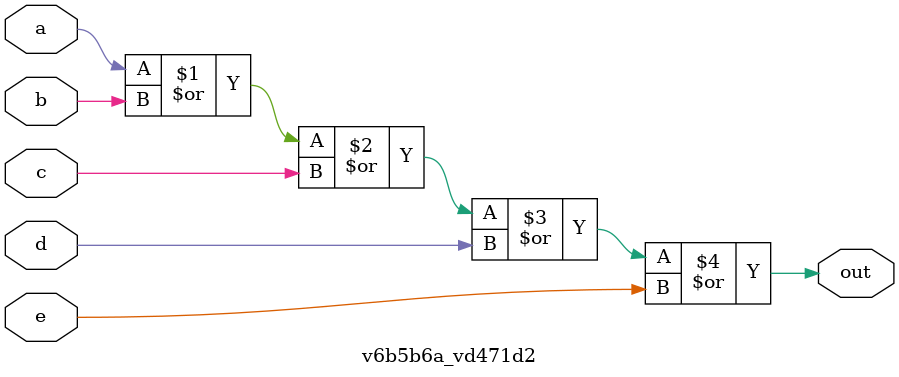
<source format=v>

`default_nettype none

module main #(
 parameter vb79322 = 2
) (
 input vclk,
 output v4df5ff,
 output v20658b,
 output v08c24f,
 output vd8d171,
 output [0:7] vinit
);
 localparam p9 = vb79322;
 wire w0;
 wire w1;
 wire w2;
 wire w3;
 wire w4;
 wire w5;
 wire w6;
 wire w7;
 wire w8;
 wire w10;
 wire w11;
 wire [0:1] w12;
 wire w13;
 wire w14;
 wire w15;
 wire w16;
 wire w17;
 wire w18;
 wire w19;
 wire w20;
 wire w21;
 wire w22;
 assign vd8d171 = w0;
 assign v08c24f = w1;
 assign v20658b = w2;
 assign v4df5ff = w3;
 assign w16 = vclk;
 assign w17 = vclk;
 assign w18 = vclk;
 assign w19 = vclk;
 assign w20 = vclk;
 assign w21 = vclk;
 assign w22 = vclk;
 assign w17 = w16;
 assign w18 = w16;
 assign w18 = w17;
 assign w19 = w16;
 assign w19 = w17;
 assign w19 = w18;
 assign w20 = w16;
 assign w20 = w17;
 assign w20 = w18;
 assign w20 = w19;
 assign w21 = w16;
 assign w21 = w17;
 assign w21 = w18;
 assign w21 = w19;
 assign w21 = w20;
 assign w22 = w16;
 assign w22 = w17;
 assign w22 = w18;
 assign w22 = w19;
 assign w22 = w20;
 assign w22 = w21;
 v35f267 v51804b (
  .vcbab45(w4),
  .v0e28cb(w13)
 );
 v70170e v9f6556 (
  .v755ffa(w0),
  .v9c8ff5(w1),
  .v5ad277(w2),
  .v980ce1(w3),
  .v35fe10(w4),
  .v357ff7(w16)
 );
 v28cfaa v57b083 (
  .vd7f8af(w5),
  .v7e70ae(w6),
  .vb186da(w7),
  .v381ebf(w8),
  .vc93bbe(w13),
  .vc13c07(w14),
  .v9b870f(w15)
 );
 ve79148 v5ec64c (
  .v7c533e(w10),
  .ve61673(w11),
  .vd76104(w12),
  .vdd729a(w17)
 );
 va9a5bc #(
  .vfb06ae(p9)
 ) vcf3242 (
  .v2a8434(w10),
  .vac0eb2(w18)
 );
 v21cfcc v815532 (
  .v9fb85f(w11)
 );
 vfc9dac v366a3f (
  .v8b19dd(w12),
  .v3f8943(w14),
  .v64d863(w15)
 );
 vbdf794 vc06180 (
  .vbb19a2(w7),
  .v8e52a4(w19)
 );
 v54aa42 v962121 (
  .vbb19a2(w6),
  .v8e52a4(w20)
 );
 ve2a8d5 veaca02 (
  .vbb19a2(w5),
  .v8e52a4(w21)
 );
 v6b5b6a vde24fa (
  .vbb19a2(w8),
  .v8e52a4(w22)
 );
 assign vinit = 8'b00000000;
endmodule

/*-------------------------------------------------*/
/*--   */
/*-- - - - - - - - - - - - - - - - - - - - - - - --*/
/*-- 
/*-------------------------------------------------*/
//---- Top entity
module v35f267 (
 input v0e28cb,
 output vcbab45
);
 wire w0;
 wire w1;
 assign w0 = v0e28cb;
 assign vcbab45 = w1;
 v35f267_vd54ca1 vd54ca1 (
  .a(w0),
  .c(w1)
 );
endmodule

/*-------------------------------------------------*/
/*-- NOT  */
/*-- - - - - - - - - - - - - - - - - - - - - - - --*/
/*-- Puerta NOT
/*-------------------------------------------------*/

module v35f267_vd54ca1 (
 input a,
 output c
);
 //-- Puerta NOT
 
 //-- module (input wire a, output wire c);
 
 
 assign c = ~a;
 
 
 //-- endmodule
 
endmodule
//---- Top entity
module v70170e (
 input v35fe10,
 input v357ff7,
 output v980ce1,
 output v5ad277,
 output v9c8ff5,
 output v755ffa
);
 wire w0;
 wire w1;
 wire w2;
 wire w3;
 wire w4;
 wire w5;
 wire w6;
 wire w7;
 wire w8;
 wire w9;
 wire w10;
 wire w11;
 wire w12;
 assign w0 = v35fe10;
 assign w1 = v357ff7;
 assign w2 = v357ff7;
 assign w4 = v357ff7;
 assign w6 = v357ff7;
 assign v980ce1 = w9;
 assign v5ad277 = w10;
 assign v9c8ff5 = w11;
 assign v755ffa = w12;
 assign w2 = w1;
 assign w4 = w1;
 assign w4 = w2;
 assign w6 = w1;
 assign w6 = w2;
 assign w6 = w4;
 assign w8 = w5;
 v3bfe20 vdbde06 (
  .ve7f5e6(w0),
  .v717e81(w1),
  .v3c12b5(w3)
 );
 veba410 v9b4ca7 (
  .vdd729a(w2),
  .v0b79d7(w7),
  .ve61673(w8)
 );
 v7eacdf vc57c79 (
  .v10eedb(w3),
  .v0884a0(w4),
  .v2dffca(w5)
 );
 v15dcc6 v2020db (
  .v381569(w5),
  .vfc0c62(w6),
  .vec8411(w7),
  .ve0793c(w9),
  .v86c7f4(w10),
  .v8a6138(w11),
  .v7c09bb(w12)
 );
endmodule

/*-------------------------------------------------*/
/*-- Dec_PPMx4  */
/*-- - - - - - - - - - - - - - - - - - - - - - - --*/
/*-- Decodificador 4 canales PPM
/*-------------------------------------------------*/
//---- Top entity
module v3bfe20 (
 input v717e81,
 input ve7f5e6,
 output v3c12b5
);
 wire w0;
 wire w1;
 wire w2;
 assign w0 = ve7f5e6;
 assign w1 = v717e81;
 assign v3c12b5 = w2;
 v3bfe20_v683a9f v683a9f (
  .i(w0),
  .clk(w1),
  .o(w2)
 );
endmodule

/*-------------------------------------------------*/
/*-- Sync  */
/*-- - - - - - - - - - - - - - - - - - - - - - - --*/
/*-- Sincronizar las entradas de datos con el reloj del sistema
/*-------------------------------------------------*/

module v3bfe20_v683a9f (
 input clk,
 input i,
 output o
);
 // Sincronizacion. Evitar 
 // problema de la metaestabilidad
 
 reg d1;
 reg d2;
 
 always @(posedge clk)
  d1 <= i;
  
 always @(posedge clk)
   d2 <= d1;
   
 assign o = d2;
endmodule
//---- Top entity
module veba410 (
 input ve61673,
 input vdd729a,
 output v0b79d7
);
 wire w0;
 wire w1;
 wire w2;
 assign w0 = vdd729a;
 assign w1 = ve61673;
 assign v0b79d7 = w2;
 veba410_vbd6086 vbd6086 (
  .clk(w0),
  .rst(w1),
  .ov(w2)
 );
endmodule

/*-------------------------------------------------*/
/*-- Overflow_4ms  */
/*-- - - - - - - - - - - - - - - - - - - - - - - --*/
/*-- Contador Reset y overflow a los 4ms
/*-------------------------------------------------*/

module veba410_vbd6086 (
 input rst,
 input clk,
 output ov
);
 
 reg [15:0] qi = 0;
 
 always @(posedge clk)
   if (rst | ov)  qi <= 0;
   else           qi <= qi + 1;
       
 //-- Comprobar overflow
 assign ov = (qi == 48000 );
     
endmodule
//---- Top entity
module v7eacdf (
 input v0884a0,
 input v10eedb,
 output v2dffca
);
 wire w0;
 wire w1;
 wire w2;
 assign w0 = v10eedb;
 assign v2dffca = w1;
 assign w2 = v0884a0;
 v7eacdf_v115ffb v115ffb (
  .i(w0),
  .o(w1),
  .clk(w2)
 );
endmodule

/*-------------------------------------------------*/
/*-- Bajada  */
/*-- - - - - - - - - - - - - - - - - - - - - - - --*/
/*-- Detector de flanco de bajada. Emite un tic cuando detecta un flanco descendente
/*-------------------------------------------------*/

module v7eacdf_v115ffb (
 input clk,
 input i,
 output o
);
 reg q = 0;
 
 always @(posedge clk)
   q <= i;
   
 assign o = (q & ~i);  
endmodule
//---- Top entity
module v15dcc6 (
 input v381569,
 input vec8411,
 input vfc0c62,
 output ve0793c,
 output v86c7f4,
 output v8a6138,
 output v7c09bb
);
 wire w0;
 wire w1;
 wire w2;
 wire w3;
 wire w4;
 wire w5;
 wire w6;
 assign w0 = vec8411;
 assign w1 = vfc0c62;
 assign ve0793c = w2;
 assign v86c7f4 = w3;
 assign v8a6138 = w4;
 assign v7c09bb = w5;
 assign w6 = v381569;
 v15dcc6_vee177d vee177d (
  .reset(w0),
  .clk(w1),
  .Ch1(w2),
  .Ch2(w3),
  .Ch3(w4),
  .Ch4(w5),
  .InPPM_neg(w6)
 );
endmodule

/*-------------------------------------------------*/
/*-- Deco_PPM_4  */
/*-- - - - - - - - - - - - - - - - - - - - - - - --*/
/*-- Decodificador PPM 4 bits
/*-------------------------------------------------*/

module v15dcc6_vee177d (
 input InPPM_neg,
 input reset,
 input clk,
 output Ch1,
 output Ch2,
 output Ch3,
 output Ch4
);
 
 parameter [2:0] S0=0,S1=1,S2=2,S3=3,S4=4;              //Poner nombres a los estados
 
 reg Ch1=0,Ch2=0,Ch3=0,Ch4=0;                           //Inicializo canales
 
 reg [2:0]  estadoActual=0, estadoNext=0;               //Inicializo estados
 
 // bloque secuencial. Capturar estado Actual
 
 always @(posedge clk )
 if(reset) estadoActual <= S0; 
 else estadoActual <= estadoNext;
 
 // Bloque combinacional. Calculamos estado siguiente y valor de las
 // salidas en función de las entradas y del estado actual.
 
 always @(reset or InPPM_neg or estadoActual)  //  estado siguiente = función ( entradas y estado actual)
 begin
   //valores por defecto. justo antes del case pongo valores por defecto y en el case solo cambiamos
   //la salida que se ve afectada y las demás tomarán los valores por defecto
   Ch1   = 0;
   Ch2   = 0;
   Ch3   = 0;
   Ch4   = 0;
   estadoNext   = S0; 
   
   case(estadoActual)  //Evaluación del estado actual
      S0:begin                                   
         if( InPPM_neg  )  begin   estadoNext = S1;   Ch1 = 1'b1;   end 
         else                      estadoNext = S0;  
         end
      S1:begin                                   
         if( InPPM_neg  )  begin   estadoNext = S2;   Ch2 = 1'b1;   end 
         else              begin   estadoNext = S1;   Ch1 = 1'b1;   end
         end
      S2:begin                                   
         if( InPPM_neg  )  begin   estadoNext = S3;   Ch3 = 1'b1;   end 
         else              begin   estadoNext = S2;   Ch2 = 1'b1;   end
         end
      S3:begin                                   
         if( InPPM_neg  )  begin   estadoNext = S4;   Ch4 = 1'b1;   end 
         else              begin   estadoNext = S3;   Ch3 = 1'b1;   end
         end
      S4:begin                                   
         if( InPPM_neg  )          estadoNext = S0;
         else              begin   estadoNext = S4;   Ch4 = 1'b1;  end
         end
      default:                     estadoNext = S0;
    endcase
 end
endmodule
//---- Top entity
module v28cfaa (
 input vd7f8af,
 input v7e70ae,
 input vb186da,
 input v381ebf,
 input vc13c07,
 input v9b870f,
 output vc93bbe
);
 wire w0;
 wire w1;
 wire w2;
 wire w3;
 wire w4;
 wire w5;
 wire w6;
 assign vc93bbe = w0;
 assign w1 = v381ebf;
 assign w2 = vb186da;
 assign w3 = v7e70ae;
 assign w4 = vd7f8af;
 assign w5 = v9b870f;
 assign w6 = vc13c07;
 v28cfaa_ve4e0df ve4e0df (
  .o(w0),
  .i0(w1),
  .i1(w2),
  .i2(w3),
  .i3(w4),
  .s0(w5),
  .s1(w6)
 );
endmodule

/*-------------------------------------------------*/
/*-- Mux 4 a 1  */
/*-- - - - - - - - - - - - - - - - - - - - - - - --*/
/*-- Multiplexor de 4 a 1. Implementado en verilog
/*-------------------------------------------------*/

module v28cfaa_ve4e0df (
 input i3,
 input i2,
 input i1,
 input i0,
 input s1,
 input s0,
 output o
);
 wire [1:0] sel = {s1, s0};
 
 assign o = (sel == 2'b00) ? i0 :
            (sel == 2'b01) ? i1 :
            (sel == 2'b10) ? i2 : i3;
 
 
endmodule
//---- Top entity
module ve79148 #(
 parameter v5e4a03 = 4
) (
 input vdd729a,
 input ve61673,
 input v7c533e,
 output [1:0] vd76104,
 output v712cd1
);
 localparam p2 = v5e4a03;
 wire [0:1] w0;
 wire w1;
 wire w3;
 wire w4;
 wire w5;
 assign vd76104 = w0;
 assign w1 = ve61673;
 assign w3 = v7c533e;
 assign w4 = vdd729a;
 assign v712cd1 = w5;
 ve79148_vbd6086 #(
  .M(p2)
 ) vbd6086 (
  .q(w0),
  .rst(w1),
  .cnt(w3),
  .clk(w4),
  .ov(w5)
 );
endmodule

/*-------------------------------------------------*/
/*-- Contador-2bits-up-rst  */
/*-- - - - - - - - - - - - - - - - - - - - - - - --*/
/*-- Contador módulo M, ascendente, de 2 bits, con reset 
/*-------------------------------------------------*/

module ve79148_vbd6086 #(
 parameter M = 0
) (
 input clk,
 input rst,
 input cnt,
 output [1:0] q,
 output ov
);
 //-- Numero de bits del contador
 localparam N = 2; 
 
 //-- En contadores de N bits:
 //-- M = 2 ** N
 
 //-- Internamente usamos un bit mas
 //-- (N+1) bits
 reg [N:0] qi = 0;
 
 always @(posedge clk)
   if (rst | ov)
     qi <= 2'b00;
   else
     if (cnt)
       qi <= qi + 1;
       
 assign q = qi;
 
 //-- Comprobar overflow
 assign ov = (qi == M);
     
endmodule
//---- Top entity
module va9a5bc #(
 parameter vfb06ae = 1
) (
 input vac0eb2,
 output v2a8434
);
 localparam p2 = vfb06ae;
 wire w0;
 wire w1;
 assign v2a8434 = w0;
 assign w1 = vac0eb2;
 va9a5bc_v6cac2f #(
  .SEC(p2)
 ) v6cac2f (
  .o(w0),
  .clk(w1)
 );
endmodule

/*-------------------------------------------------*/
/*-- Corazon-tic-Sec  */
/*-- - - - - - - - - - - - - - - - - - - - - - - --*/
/*-- Corazón de bombeo de tics a con periodo paramétrico de segundos
/*-------------------------------------------------*/

module va9a5bc_v6cac2f #(
 parameter SEC = 0
) (
 input clk,
 output o
);
 //localparam SEC;
 
 //-- Constante para dividir y obtener una frecuencia de 1Hz
 localparam M = 12000000*SEC;
 
 //-- Calcular el numero de bits para almacenar M
 localparam N = $clog2(M);
 
 //-- Cable de reset para el contador
 wire reset;
 
 //-- Registro del divisor
 reg [N-1:0] divcounter;
 
 
 //-- Contador con reset
 always @(posedge clk)
   if (reset)
     divcounter <= 0;
   else
     divcounter <= divcounter + 1;
 
 //-- Comparador que resetea el contador cuando se alcanza el tope
 assign reset = (divcounter == M-1);
 
 //-- La salida es la señal de overflow
 assign o = reset;
 
 
 
 
endmodule
//---- Top entity
module v21cfcc (
 output v9fb85f
);
 wire w0;
 assign v9fb85f = w0;
 v21cfcc_vb2eccd vb2eccd (
  .q(w0)
 );
endmodule

/*-------------------------------------------------*/
/*-- 0  */
/*-- - - - - - - - - - - - - - - - - - - - - - - --*/
/*-- Un bit constante a 0
/*-------------------------------------------------*/

module v21cfcc_vb2eccd (
 output q
);
 //-- Bit constante a 0
 assign q = 1'b0;
 
 
endmodule
//---- Top entity
module vfc9dac (
 input [1:0] v8b19dd,
 output v3f8943,
 output v64d863
);
 wire w0;
 wire w1;
 wire [0:1] w2;
 assign v3f8943 = w0;
 assign v64d863 = w1;
 assign w2 = v8b19dd;
 vfc9dac_v9a2a06 v9a2a06 (
  .o1(w0),
  .o0(w1),
  .i(w2)
 );
endmodule

/*-------------------------------------------------*/
/*-- Separador-bus  */
/*-- - - - - - - - - - - - - - - - - - - - - - - --*/
/*-- Separador de bus de 2-bits en dos cables
/*-------------------------------------------------*/

module vfc9dac_v9a2a06 (
 input [1:0] i,
 output o1,
 output o0
);
 assign o1 = i[1];
 assign o0 = i[0];
endmodule
//---- Top entity
module vbdf794 #(
 parameter v602fc8 = 100,
 parameter ve97d24 = 180,
 parameter v6c8394 = 181,
 parameter v7200b2 = 1,
 parameter v457f55 = 4,
 parameter v17e198 = 19,
 parameter v3949b9 = 22,
 parameter vd8a345 = 42,
 parameter ve4e838 = 45,
 parameter v8f4840 = 60,
 parameter v857277 = 83,
 parameter v8b9ed0 = 63,
 parameter v02ab25 = 86
) (
 input v8e52a4,
 output vbb19a2
);
 localparam p0 = v7200b2;
 localparam p1 = v457f55;
 localparam p2 = v17e198;
 localparam p3 = v3949b9;
 localparam p4 = vd8a345;
 localparam p5 = ve4e838;
 localparam p6 = v8f4840;
 localparam p7 = v8b9ed0;
 localparam p8 = v857277;
 localparam p9 = v02ab25;
 localparam p10 = ve97d24;
 localparam p11 = v6c8394;
 localparam p24 = v602fc8;
 wire w12;
 wire w13;
 wire w14;
 wire w15;
 wire w16;
 wire w17;
 wire w18;
 wire w19;
 wire w20;
 wire w21;
 wire w22;
 wire w23;
 wire w25;
 wire w26;
 wire w27;
 wire w28;
 wire w29;
 wire w30;
 wire w31;
 assign vbb19a2 = w30;
 assign w31 = v8e52a4;
 assign w13 = w12;
 assign w14 = w12;
 assign w14 = w13;
 assign w15 = w12;
 assign w15 = w13;
 assign w15 = w14;
 assign w16 = w12;
 assign w16 = w13;
 assign w16 = w14;
 assign w16 = w15;
 assign w19 = w18;
 assign w20 = w18;
 assign w20 = w19;
 assign w21 = w18;
 assign w21 = w19;
 assign w21 = w20;
 assign w22 = w18;
 assign w22 = w19;
 assign w22 = w20;
 assign w22 = w21;
 assign w23 = w18;
 assign w23 = w19;
 assign w23 = w20;
 assign w23 = w21;
 assign w23 = w22;
 assign w25 = w17;
 vc46d2e #(
  .v2b07d6(p0),
  .v4dd05a(p1)
 ) vc96e1c (
  .vf8ab06(w12),
  .vd67ea4(w17),
  .v3f7fd6(w19)
 );
 vc46d2e #(
  .v2b07d6(p2),
  .v4dd05a(p3)
 ) vd706cc (
  .vf8ab06(w13),
  .v3f7fd6(w20),
  .vd67ea4(w26)
 );
 vc46d2e #(
  .v2b07d6(p4),
  .v4dd05a(p5)
 ) vf919f8 (
  .vf8ab06(w14),
  .v3f7fd6(w21),
  .vd67ea4(w27)
 );
 vc46d2e #(
  .v2b07d6(p6),
  .v4dd05a(p7)
 ) v434f33 (
  .vf8ab06(w15),
  .v3f7fd6(w22),
  .vd67ea4(w28)
 );
 vc46d2e #(
  .v2b07d6(p8),
  .v4dd05a(p9)
 ) vdf3c46 (
  .vf8ab06(w16),
  .v3f7fd6(w23),
  .vd67ea4(w29)
 );
 vc46d2e #(
  .v2b07d6(p10),
  .v4dd05a(p11)
 ) v0b750b (
  .vd67ea4(w12),
  .vf8ab06(w17),
  .v3f7fd6(w18)
 );
 vc33d80 #(
  .vfb06ae(p24)
 ) vdb264c (
  .v2a8434(w18),
  .vac0eb2(w31)
 );
 vbdf794_vd471d2 vd471d2 (
  .a(w25),
  .b(w26),
  .c(w27),
  .d(w28),
  .e(w29),
  .out(w30)
 );
endmodule

/*-------------------------------------------------*/
/*-- PPM_pulse  */
/*-- - - - - - - - - - - - - - - - - - - - - - - --*/
/*-- Pulsos PPM
/*-------------------------------------------------*/

module vbdf794_vd471d2 (
 input a,
 input b,
 input c,
 input d,
 input e,
 output out
);
 
 
 assign out = a | b | c | d | e ;
 
 // OR DE 5 puertas
endmodule
//---- Top entity
module vc46d2e #(
 parameter vf3ca5f = 8,
 parameter v2b07d6 = 5,
 parameter v4dd05a = 20
) (
 input vf8ab06,
 input v3f7fd6,
 output vd67ea4
);
 localparam p7 = vf3ca5f;
 localparam p8 = vf3ca5f;
 localparam p9 = v4dd05a;
 localparam p10 = v2b07d6;
 wire w0;
 wire w1;
 wire w2;
 wire w3;
 wire w4;
 wire w5;
 wire w6;
 assign vd67ea4 = w0;
 assign w2 = v3f7fd6;
 assign w3 = v3f7fd6;
 assign w5 = vf8ab06;
 assign w6 = vf8ab06;
 assign w3 = w2;
 assign w6 = w5;
 v161240 vb8f207 (
  .vcbab45(w0),
  .v0e28cb(w1),
  .v3ca442(w4)
 );
 v5b07d1 #(
  .vd71dc5(p8),
  .va1edee(p10)
 ) v44990b (
  .v19bd79(w1),
  .ve9fb46(w2),
  .v637c56(w5)
 );
 v5b3026 #(
  .vfd7c7d(p7),
  .va1edee(p9)
 ) vac72ef (
  .ve9fb46(w3),
  .v19bd79(w4),
  .vdb65bd(w6)
 );
endmodule

/*-------------------------------------------------*/
/*-- Configurable Pulse  */
/*-- - - - - - - - - - - - - - - - - - - - - - - --*/
/*-- We can configure a pulse (t_up and t_down )
/*-------------------------------------------------*/
//---- Top entity
module v161240 (
 input v0e28cb,
 input v3ca442,
 output vcbab45
);
 wire w0;
 wire w1;
 wire w2;
 assign w0 = v0e28cb;
 assign w1 = v3ca442;
 assign vcbab45 = w2;
 v161240_vf4938a vf4938a (
  .a(w0),
  .b(w1),
  .c(w2)
 );
endmodule

/*-------------------------------------------------*/
/*-- AND  */
/*-- - - - - - - - - - - - - - - - - - - - - - - --*/
/*-- Puerta AND
/*-------------------------------------------------*/

module v161240_vf4938a (
 input a,
 input b,
 output c
);
 //-- Puerta AND
 
 assign c = a & b;
 
 
endmodule
//---- Top entity
module v5b07d1 #(
 parameter vd71dc5 = 8,
 parameter va1edee = 1
) (
 input v637c56,
 input ve9fb46,
 output v19bd79
);
 localparam p3 = vd71dc5;
 localparam p4 = va1edee;
 wire w0;
 wire w1;
 wire w2;
 assign v19bd79 = w0;
 assign w1 = ve9fb46;
 assign w2 = v637c56;
 v5b07d1_v8c8712 #(
  .n(p3),
  .to(p4)
 ) v8c8712 (
  .u(w0),
  .clk(w1),
  .reset(w2)
 );
endmodule

/*-------------------------------------------------*/
/*-- u(t)  */
/*-- - - - - - - - - - - - - - - - - - - - - - - --*/
/*-- u(t)  unitary step. Start in t
/*-------------------------------------------------*/

module v5b07d1_v8c8712 #(
 parameter n = 0,
 parameter to = 0
) (
 input reset,
 input clk,
 output u
);
 // Escalón u(t)
 // t ciclos de reloj a 0 y
 // cambia a 1.
 
 localparam num_bits=n-1;
 localparam num_periods=to;
 
 reg[num_bits:0] contador=0;
 reg u=1'b0;
 
 
 always @(posedge clk)
 if(reset) begin contador<=0; u<=1'b0; end
 else 
     begin
         if(contador >= num_periods-1)
          begin
              u <=1'b1;
              contador <= contador;
          end
         else
          begin
               u<=1'b0;
               contador<=contador+1;
          end
     end
  
  
  
  
endmodule
//---- Top entity
module v5b3026 #(
 parameter vfd7c7d = 8,
 parameter va1edee = 10
) (
 input vdb65bd,
 input ve9fb46,
 output v19bd79
);
 localparam p3 = vfd7c7d;
 localparam p4 = va1edee;
 wire w0;
 wire w1;
 wire w2;
 assign v19bd79 = w0;
 assign w1 = ve9fb46;
 assign w2 = vdb65bd;
 v5b3026_v8c8712 #(
  .n(p3),
  .to(p4)
 ) v8c8712 (
  .u(w0),
  .clk(w1),
  .reset(w2)
 );
endmodule

/*-------------------------------------------------*/
/*-- u(t)  */
/*-- - - - - - - - - - - - - - - - - - - - - - - --*/
/*-- u(t)  unitary step. Start in t
/*-------------------------------------------------*/

module v5b3026_v8c8712 #(
 parameter n = 0,
 parameter to = 0
) (
 input reset,
 input clk,
 output u
);
 // falling pulse in t
 // t ciclos de reloj a 1 y
 // cambia a 0.
 
 localparam num_bits=n-1;
 localparam num_periods=to;
 
 reg[num_bits:0] contador=0;
 reg u=1'b1;
 
 
 always @(posedge clk)
 if(reset)begin contador<=0; u<=1'b1; end
 else 
 begin
     if(contador >= num_periods-1)
      begin
          u <=1'b0;
          contador <= contador;
      end
     else
      begin
           u<=1'b1;
           contador<=contador+1;
      end
 end
  
  
  
  
endmodule
//---- Top entity
module vc33d80 #(
 parameter vfb06ae = 100
) (
 input vac0eb2,
 output v2a8434
);
 localparam p2 = vfb06ae;
 wire w0;
 wire w1;
 assign v2a8434 = w0;
 assign w1 = vac0eb2;
 vc33d80_v6cac2f #(
  .US(p2)
 ) v6cac2f (
  .o(w0),
  .clk(w1)
 );
endmodule

/*-------------------------------------------------*/
/*-- Corazon-tic-us  */
/*-- - - - - - - - - - - - - - - - - - - - - - - --*/
/*-- Corazón de bombeo de tics a con periodo paramétrico de microsegundos
/*-------------------------------------------------*/

module vc33d80_v6cac2f #(
 parameter US = 0
) (
 input clk,
 output o
);
 //localparam US;
 
 //-- Constante para dividir y obtener una frecuencia de 1MHz
 localparam M = 12*US;
 
 //-- Calcular el numero de bits para almacenar M
 localparam N = $clog2(M);
 
 //-- Cable de reset para el contador
 wire reset;
 
 //-- Registro del divisor
 reg [N-1:0] divcounter;
 
 
 //-- Contador con reset
 always @(posedge clk)
   if (reset)
     divcounter <= 0;
   else
     divcounter <= divcounter + 1;
 
 //-- Comparador que resetea el contador cuando se alcanza el tope
 assign reset = (divcounter == M-1);
 
 //-- La salida es la señal de overflow
 assign o = reset;
 
 
 
 
endmodule
//---- Top entity
module v54aa42 #(
 parameter v602fc8 = 100,
 parameter ve97d24 = 180,
 parameter v6c8394 = 181,
 parameter v7200b2 = 1,
 parameter v457f55 = 4,
 parameter v17e198 = 14,
 parameter v3949b9 = 17,
 parameter vd8a345 = 32,
 parameter ve4e838 = 35,
 parameter v8f4840 = 55,
 parameter v857277 = 68,
 parameter v8b9ed0 = 58,
 parameter v02ab25 = 71
) (
 input v8e52a4,
 output vbb19a2
);
 localparam p0 = v7200b2;
 localparam p1 = v457f55;
 localparam p2 = v17e198;
 localparam p3 = v3949b9;
 localparam p4 = vd8a345;
 localparam p5 = ve4e838;
 localparam p6 = v8f4840;
 localparam p7 = v8b9ed0;
 localparam p8 = v857277;
 localparam p9 = v02ab25;
 localparam p10 = ve97d24;
 localparam p11 = v6c8394;
 localparam p24 = v602fc8;
 wire w12;
 wire w13;
 wire w14;
 wire w15;
 wire w16;
 wire w17;
 wire w18;
 wire w19;
 wire w20;
 wire w21;
 wire w22;
 wire w23;
 wire w25;
 wire w26;
 wire w27;
 wire w28;
 wire w29;
 wire w30;
 wire w31;
 assign vbb19a2 = w30;
 assign w31 = v8e52a4;
 assign w13 = w12;
 assign w14 = w12;
 assign w14 = w13;
 assign w15 = w12;
 assign w15 = w13;
 assign w15 = w14;
 assign w16 = w12;
 assign w16 = w13;
 assign w16 = w14;
 assign w16 = w15;
 assign w19 = w18;
 assign w20 = w18;
 assign w20 = w19;
 assign w21 = w18;
 assign w21 = w19;
 assign w21 = w20;
 assign w22 = w18;
 assign w22 = w19;
 assign w22 = w20;
 assign w22 = w21;
 assign w23 = w18;
 assign w23 = w19;
 assign w23 = w20;
 assign w23 = w21;
 assign w23 = w22;
 assign w25 = w17;
 vc46d2e #(
  .v2b07d6(p0),
  .v4dd05a(p1)
 ) vc96e1c (
  .vf8ab06(w12),
  .vd67ea4(w17),
  .v3f7fd6(w19)
 );
 vc46d2e #(
  .v2b07d6(p2),
  .v4dd05a(p3)
 ) vd706cc (
  .vf8ab06(w13),
  .v3f7fd6(w20),
  .vd67ea4(w26)
 );
 vc46d2e #(
  .v2b07d6(p4),
  .v4dd05a(p5)
 ) vf919f8 (
  .vf8ab06(w14),
  .v3f7fd6(w21),
  .vd67ea4(w27)
 );
 vc46d2e #(
  .v2b07d6(p6),
  .v4dd05a(p7)
 ) v434f33 (
  .vf8ab06(w15),
  .v3f7fd6(w22),
  .vd67ea4(w28)
 );
 vc46d2e #(
  .v2b07d6(p8),
  .v4dd05a(p9)
 ) vdf3c46 (
  .vf8ab06(w16),
  .v3f7fd6(w23),
  .vd67ea4(w29)
 );
 vc46d2e #(
  .v2b07d6(p10),
  .v4dd05a(p11)
 ) v0b750b (
  .vd67ea4(w12),
  .vf8ab06(w17),
  .v3f7fd6(w18)
 );
 vc33d80 #(
  .vfb06ae(p24)
 ) vdb264c (
  .v2a8434(w18),
  .vac0eb2(w31)
 );
 v54aa42_vd471d2 vd471d2 (
  .a(w25),
  .b(w26),
  .c(w27),
  .d(w28),
  .e(w29),
  .out(w30)
 );
endmodule

/*-------------------------------------------------*/
/*-- PPM_pulse  */
/*-- - - - - - - - - - - - - - - - - - - - - - - --*/
/*-- Pulsos PPM
/*-------------------------------------------------*/

module v54aa42_vd471d2 (
 input a,
 input b,
 input c,
 input d,
 input e,
 output out
);
 
 
 assign out = a | b | c | d | e ;
 
 // OR DE 5 puertas
endmodule
//---- Top entity
module ve2a8d5 #(
 parameter v602fc8 = 100,
 parameter ve97d24 = 180,
 parameter v6c8394 = 181,
 parameter v7200b2 = 1,
 parameter v457f55 = 4,
 parameter v17e198 = 24,
 parameter v3949b9 = 27,
 parameter vd8a345 = 45,
 parameter ve4e838 = 48,
 parameter v8f4840 = 63,
 parameter v857277 = 86,
 parameter v8b9ed0 = 66,
 parameter v02ab25 = 89
) (
 input v8e52a4,
 output vbb19a2
);
 localparam p0 = v7200b2;
 localparam p1 = v457f55;
 localparam p2 = v17e198;
 localparam p3 = v3949b9;
 localparam p4 = vd8a345;
 localparam p5 = ve4e838;
 localparam p6 = v8f4840;
 localparam p7 = v8b9ed0;
 localparam p8 = v857277;
 localparam p9 = v02ab25;
 localparam p10 = ve97d24;
 localparam p11 = v6c8394;
 localparam p24 = v602fc8;
 wire w12;
 wire w13;
 wire w14;
 wire w15;
 wire w16;
 wire w17;
 wire w18;
 wire w19;
 wire w20;
 wire w21;
 wire w22;
 wire w23;
 wire w25;
 wire w26;
 wire w27;
 wire w28;
 wire w29;
 wire w30;
 wire w31;
 assign vbb19a2 = w30;
 assign w31 = v8e52a4;
 assign w13 = w12;
 assign w14 = w12;
 assign w14 = w13;
 assign w15 = w12;
 assign w15 = w13;
 assign w15 = w14;
 assign w16 = w12;
 assign w16 = w13;
 assign w16 = w14;
 assign w16 = w15;
 assign w19 = w18;
 assign w20 = w18;
 assign w20 = w19;
 assign w21 = w18;
 assign w21 = w19;
 assign w21 = w20;
 assign w22 = w18;
 assign w22 = w19;
 assign w22 = w20;
 assign w22 = w21;
 assign w23 = w18;
 assign w23 = w19;
 assign w23 = w20;
 assign w23 = w21;
 assign w23 = w22;
 assign w25 = w17;
 vc46d2e #(
  .v2b07d6(p0),
  .v4dd05a(p1)
 ) vc96e1c (
  .vf8ab06(w12),
  .vd67ea4(w17),
  .v3f7fd6(w19)
 );
 vc46d2e #(
  .v2b07d6(p2),
  .v4dd05a(p3)
 ) vd706cc (
  .vf8ab06(w13),
  .v3f7fd6(w20),
  .vd67ea4(w26)
 );
 vc46d2e #(
  .v2b07d6(p4),
  .v4dd05a(p5)
 ) vf919f8 (
  .vf8ab06(w14),
  .v3f7fd6(w21),
  .vd67ea4(w27)
 );
 vc46d2e #(
  .v2b07d6(p6),
  .v4dd05a(p7)
 ) v434f33 (
  .vf8ab06(w15),
  .v3f7fd6(w22),
  .vd67ea4(w28)
 );
 vc46d2e #(
  .v2b07d6(p8),
  .v4dd05a(p9)
 ) vdf3c46 (
  .vf8ab06(w16),
  .v3f7fd6(w23),
  .vd67ea4(w29)
 );
 vc46d2e #(
  .v2b07d6(p10),
  .v4dd05a(p11)
 ) v0b750b (
  .vd67ea4(w12),
  .vf8ab06(w17),
  .v3f7fd6(w18)
 );
 vc33d80 #(
  .vfb06ae(p24)
 ) vdb264c (
  .v2a8434(w18),
  .vac0eb2(w31)
 );
 ve2a8d5_vd471d2 vd471d2 (
  .a(w25),
  .b(w26),
  .c(w27),
  .d(w28),
  .e(w29),
  .out(w30)
 );
endmodule

/*-------------------------------------------------*/
/*-- PPM_pulse  */
/*-- - - - - - - - - - - - - - - - - - - - - - - --*/
/*-- Pulsos PPM
/*-------------------------------------------------*/

module ve2a8d5_vd471d2 (
 input a,
 input b,
 input c,
 input d,
 input e,
 output out
);
 
 
 assign out = a | b | c | d | e ;
 
 // OR DE 5 puertas
endmodule
//---- Top entity
module v6b5b6a #(
 parameter v602fc8 = 100,
 parameter ve97d24 = 180,
 parameter v6c8394 = 181,
 parameter v7200b2 = 1,
 parameter v457f55 = 4,
 parameter v17e198 = 14,
 parameter v3949b9 = 17,
 parameter vd8a345 = 27,
 parameter ve4e838 = 30,
 parameter v8f4840 = 40,
 parameter v857277 = 53,
 parameter v8b9ed0 = 43,
 parameter v02ab25 = 56
) (
 input v8e52a4,
 output vbb19a2
);
 localparam p0 = v7200b2;
 localparam p1 = v457f55;
 localparam p2 = v17e198;
 localparam p3 = v3949b9;
 localparam p4 = vd8a345;
 localparam p5 = ve4e838;
 localparam p6 = v8f4840;
 localparam p7 = v8b9ed0;
 localparam p8 = v857277;
 localparam p9 = v02ab25;
 localparam p10 = ve97d24;
 localparam p11 = v6c8394;
 localparam p24 = v602fc8;
 wire w12;
 wire w13;
 wire w14;
 wire w15;
 wire w16;
 wire w17;
 wire w18;
 wire w19;
 wire w20;
 wire w21;
 wire w22;
 wire w23;
 wire w25;
 wire w26;
 wire w27;
 wire w28;
 wire w29;
 wire w30;
 wire w31;
 assign vbb19a2 = w30;
 assign w31 = v8e52a4;
 assign w13 = w12;
 assign w14 = w12;
 assign w14 = w13;
 assign w15 = w12;
 assign w15 = w13;
 assign w15 = w14;
 assign w16 = w12;
 assign w16 = w13;
 assign w16 = w14;
 assign w16 = w15;
 assign w19 = w18;
 assign w20 = w18;
 assign w20 = w19;
 assign w21 = w18;
 assign w21 = w19;
 assign w21 = w20;
 assign w22 = w18;
 assign w22 = w19;
 assign w22 = w20;
 assign w22 = w21;
 assign w23 = w18;
 assign w23 = w19;
 assign w23 = w20;
 assign w23 = w21;
 assign w23 = w22;
 assign w25 = w17;
 vc46d2e #(
  .v2b07d6(p0),
  .v4dd05a(p1)
 ) vc96e1c (
  .vf8ab06(w12),
  .vd67ea4(w17),
  .v3f7fd6(w19)
 );
 vc46d2e #(
  .v2b07d6(p2),
  .v4dd05a(p3)
 ) vd706cc (
  .vf8ab06(w13),
  .v3f7fd6(w20),
  .vd67ea4(w26)
 );
 vc46d2e #(
  .v2b07d6(p4),
  .v4dd05a(p5)
 ) vf919f8 (
  .vf8ab06(w14),
  .v3f7fd6(w21),
  .vd67ea4(w27)
 );
 vc46d2e #(
  .v2b07d6(p6),
  .v4dd05a(p7)
 ) v434f33 (
  .vf8ab06(w15),
  .v3f7fd6(w22),
  .vd67ea4(w28)
 );
 vc46d2e #(
  .v2b07d6(p8),
  .v4dd05a(p9)
 ) vdf3c46 (
  .vf8ab06(w16),
  .v3f7fd6(w23),
  .vd67ea4(w29)
 );
 vc46d2e #(
  .v2b07d6(p10),
  .v4dd05a(p11)
 ) v0b750b (
  .vd67ea4(w12),
  .vf8ab06(w17),
  .v3f7fd6(w18)
 );
 vc33d80 #(
  .vfb06ae(p24)
 ) vdb264c (
  .v2a8434(w18),
  .vac0eb2(w31)
 );
 v6b5b6a_vd471d2 vd471d2 (
  .a(w25),
  .b(w26),
  .c(w27),
  .d(w28),
  .e(w29),
  .out(w30)
 );
endmodule

/*-------------------------------------------------*/
/*-- PPM_pulse  */
/*-- - - - - - - - - - - - - - - - - - - - - - - --*/
/*-- Pulsos PPM
/*-------------------------------------------------*/

module v6b5b6a_vd471d2 (
 input a,
 input b,
 input c,
 input d,
 input e,
 output out
);
 
 
 assign out = a | b | c | d | e ;
 
 // OR DE 5 puertas
endmodule

</source>
